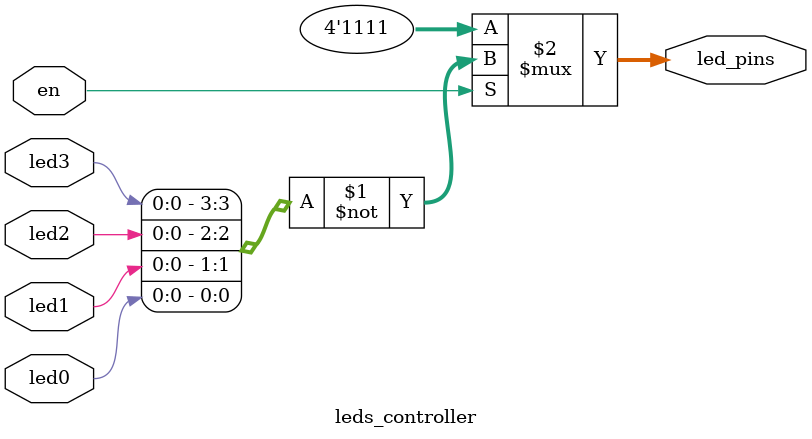
<source format=v>
module leds_controller (
	en, 
	led0, led1, led2, led3, 
	led_pins
);
	input en;
	
	input led0, led1, led2, led3;
	
	output [3:0] led_pins;
	
	assign led_pins = en ? ~{led3, led2, led1, led0} : 4'b1111;
endmodule
</source>
